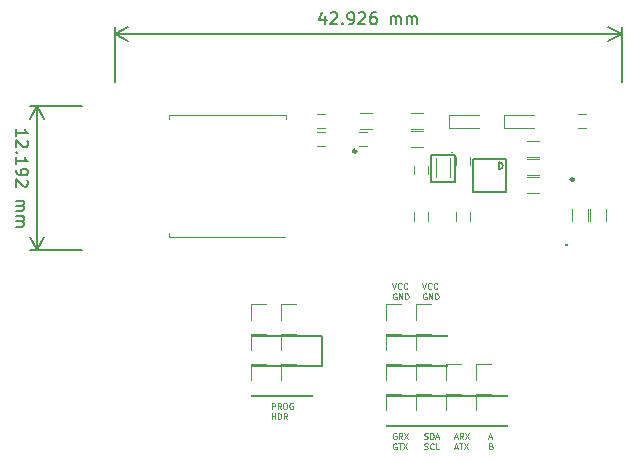
<source format=gbr>
G04 #@! TF.GenerationSoftware,KiCad,Pcbnew,(5.1.5)-3*
G04 #@! TF.CreationDate,2020-03-16T19:29:18-04:00*
G04 #@! TF.ProjectId,PicoTrackerWSPR2Rev1,5069636f-5472-4616-936b-657257535052,rev?*
G04 #@! TF.SameCoordinates,Original*
G04 #@! TF.FileFunction,Legend,Top*
G04 #@! TF.FilePolarity,Positive*
%FSLAX46Y46*%
G04 Gerber Fmt 4.6, Leading zero omitted, Abs format (unit mm)*
G04 Created by KiCad (PCBNEW (5.1.5)-3) date 2020-03-16 19:29:18*
%MOMM*%
%LPD*%
G04 APERTURE LIST*
%ADD10C,0.150000*%
%ADD11C,0.125000*%
%ADD12C,0.120000*%
%ADD13C,0.200000*%
%ADD14C,0.100000*%
%ADD15C,0.203200*%
%ADD16C,0.250000*%
G04 APERTURE END LIST*
D10*
X62255619Y-69072571D02*
X62255619Y-68501142D01*
X62255619Y-68786857D02*
X63255619Y-68786857D01*
X63112761Y-68691619D01*
X63017523Y-68596380D01*
X62969904Y-68501142D01*
X63160380Y-69453523D02*
X63208000Y-69501142D01*
X63255619Y-69596380D01*
X63255619Y-69834476D01*
X63208000Y-69929714D01*
X63160380Y-69977333D01*
X63065142Y-70024952D01*
X62969904Y-70024952D01*
X62827047Y-69977333D01*
X62255619Y-69405904D01*
X62255619Y-70024952D01*
X62350857Y-70453523D02*
X62303238Y-70501142D01*
X62255619Y-70453523D01*
X62303238Y-70405904D01*
X62350857Y-70453523D01*
X62255619Y-70453523D01*
X62255619Y-71453523D02*
X62255619Y-70882095D01*
X62255619Y-71167809D02*
X63255619Y-71167809D01*
X63112761Y-71072571D01*
X63017523Y-70977333D01*
X62969904Y-70882095D01*
X62255619Y-71929714D02*
X62255619Y-72120190D01*
X62303238Y-72215428D01*
X62350857Y-72263047D01*
X62493714Y-72358285D01*
X62684190Y-72405904D01*
X63065142Y-72405904D01*
X63160380Y-72358285D01*
X63208000Y-72310666D01*
X63255619Y-72215428D01*
X63255619Y-72024952D01*
X63208000Y-71929714D01*
X63160380Y-71882095D01*
X63065142Y-71834476D01*
X62827047Y-71834476D01*
X62731809Y-71882095D01*
X62684190Y-71929714D01*
X62636571Y-72024952D01*
X62636571Y-72215428D01*
X62684190Y-72310666D01*
X62731809Y-72358285D01*
X62827047Y-72405904D01*
X63160380Y-72786857D02*
X63208000Y-72834476D01*
X63255619Y-72929714D01*
X63255619Y-73167809D01*
X63208000Y-73263047D01*
X63160380Y-73310666D01*
X63065142Y-73358285D01*
X62969904Y-73358285D01*
X62827047Y-73310666D01*
X62255619Y-72739238D01*
X62255619Y-73358285D01*
X62255619Y-74548761D02*
X62922285Y-74548761D01*
X62827047Y-74548761D02*
X62874666Y-74596380D01*
X62922285Y-74691619D01*
X62922285Y-74834476D01*
X62874666Y-74929714D01*
X62779428Y-74977333D01*
X62255619Y-74977333D01*
X62779428Y-74977333D02*
X62874666Y-75024952D01*
X62922285Y-75120190D01*
X62922285Y-75263047D01*
X62874666Y-75358285D01*
X62779428Y-75405904D01*
X62255619Y-75405904D01*
X62255619Y-75882095D02*
X62922285Y-75882095D01*
X62827047Y-75882095D02*
X62874666Y-75929714D01*
X62922285Y-76024952D01*
X62922285Y-76167809D01*
X62874666Y-76263047D01*
X62779428Y-76310666D01*
X62255619Y-76310666D01*
X62779428Y-76310666D02*
X62874666Y-76358285D01*
X62922285Y-76453523D01*
X62922285Y-76596380D01*
X62874666Y-76691619D01*
X62779428Y-76739238D01*
X62255619Y-76739238D01*
X64008000Y-66548000D02*
X64008000Y-78740000D01*
X67818000Y-66548000D02*
X63421579Y-66548000D01*
X67818000Y-78740000D02*
X63421579Y-78740000D01*
X64008000Y-78740000D02*
X63421579Y-77613496D01*
X64008000Y-78740000D02*
X64594421Y-77613496D01*
X64008000Y-66548000D02*
X63421579Y-67674504D01*
X64008000Y-66548000D02*
X64594421Y-67674504D01*
X88408333Y-58937714D02*
X88408333Y-59604380D01*
X88170238Y-58556761D02*
X87932142Y-59271047D01*
X88551190Y-59271047D01*
X88884523Y-58699619D02*
X88932142Y-58652000D01*
X89027380Y-58604380D01*
X89265476Y-58604380D01*
X89360714Y-58652000D01*
X89408333Y-58699619D01*
X89455952Y-58794857D01*
X89455952Y-58890095D01*
X89408333Y-59032952D01*
X88836904Y-59604380D01*
X89455952Y-59604380D01*
X89884523Y-59509142D02*
X89932142Y-59556761D01*
X89884523Y-59604380D01*
X89836904Y-59556761D01*
X89884523Y-59509142D01*
X89884523Y-59604380D01*
X90408333Y-59604380D02*
X90598809Y-59604380D01*
X90694047Y-59556761D01*
X90741666Y-59509142D01*
X90836904Y-59366285D01*
X90884523Y-59175809D01*
X90884523Y-58794857D01*
X90836904Y-58699619D01*
X90789285Y-58652000D01*
X90694047Y-58604380D01*
X90503571Y-58604380D01*
X90408333Y-58652000D01*
X90360714Y-58699619D01*
X90313095Y-58794857D01*
X90313095Y-59032952D01*
X90360714Y-59128190D01*
X90408333Y-59175809D01*
X90503571Y-59223428D01*
X90694047Y-59223428D01*
X90789285Y-59175809D01*
X90836904Y-59128190D01*
X90884523Y-59032952D01*
X91265476Y-58699619D02*
X91313095Y-58652000D01*
X91408333Y-58604380D01*
X91646428Y-58604380D01*
X91741666Y-58652000D01*
X91789285Y-58699619D01*
X91836904Y-58794857D01*
X91836904Y-58890095D01*
X91789285Y-59032952D01*
X91217857Y-59604380D01*
X91836904Y-59604380D01*
X92694047Y-58604380D02*
X92503571Y-58604380D01*
X92408333Y-58652000D01*
X92360714Y-58699619D01*
X92265476Y-58842476D01*
X92217857Y-59032952D01*
X92217857Y-59413904D01*
X92265476Y-59509142D01*
X92313095Y-59556761D01*
X92408333Y-59604380D01*
X92598809Y-59604380D01*
X92694047Y-59556761D01*
X92741666Y-59509142D01*
X92789285Y-59413904D01*
X92789285Y-59175809D01*
X92741666Y-59080571D01*
X92694047Y-59032952D01*
X92598809Y-58985333D01*
X92408333Y-58985333D01*
X92313095Y-59032952D01*
X92265476Y-59080571D01*
X92217857Y-59175809D01*
X93979761Y-59604380D02*
X93979761Y-58937714D01*
X93979761Y-59032952D02*
X94027380Y-58985333D01*
X94122619Y-58937714D01*
X94265476Y-58937714D01*
X94360714Y-58985333D01*
X94408333Y-59080571D01*
X94408333Y-59604380D01*
X94408333Y-59080571D02*
X94455952Y-58985333D01*
X94551190Y-58937714D01*
X94694047Y-58937714D01*
X94789285Y-58985333D01*
X94836904Y-59080571D01*
X94836904Y-59604380D01*
X95313095Y-59604380D02*
X95313095Y-58937714D01*
X95313095Y-59032952D02*
X95360714Y-58985333D01*
X95455952Y-58937714D01*
X95598809Y-58937714D01*
X95694047Y-58985333D01*
X95741666Y-59080571D01*
X95741666Y-59604380D01*
X95741666Y-59080571D02*
X95789285Y-58985333D01*
X95884523Y-58937714D01*
X96027380Y-58937714D01*
X96122619Y-58985333D01*
X96170238Y-59080571D01*
X96170238Y-59604380D01*
X70612000Y-60452000D02*
X113538000Y-60452000D01*
X70612000Y-64516000D02*
X70612000Y-59865579D01*
X113538000Y-64516000D02*
X113538000Y-59865579D01*
X113538000Y-60452000D02*
X112411496Y-61038421D01*
X113538000Y-60452000D02*
X112411496Y-59865579D01*
X70612000Y-60452000D02*
X71738504Y-61038421D01*
X70612000Y-60452000D02*
X71738504Y-59865579D01*
D11*
X94108869Y-81521190D02*
X94275535Y-82021190D01*
X94442202Y-81521190D01*
X94894583Y-81973571D02*
X94870773Y-81997380D01*
X94799345Y-82021190D01*
X94751726Y-82021190D01*
X94680297Y-81997380D01*
X94632678Y-81949761D01*
X94608869Y-81902142D01*
X94585059Y-81806904D01*
X94585059Y-81735476D01*
X94608869Y-81640238D01*
X94632678Y-81592619D01*
X94680297Y-81545000D01*
X94751726Y-81521190D01*
X94799345Y-81521190D01*
X94870773Y-81545000D01*
X94894583Y-81568809D01*
X95394583Y-81973571D02*
X95370773Y-81997380D01*
X95299345Y-82021190D01*
X95251726Y-82021190D01*
X95180297Y-81997380D01*
X95132678Y-81949761D01*
X95108869Y-81902142D01*
X95085059Y-81806904D01*
X95085059Y-81735476D01*
X95108869Y-81640238D01*
X95132678Y-81592619D01*
X95180297Y-81545000D01*
X95251726Y-81521190D01*
X95299345Y-81521190D01*
X95370773Y-81545000D01*
X95394583Y-81568809D01*
X94442202Y-82420000D02*
X94394583Y-82396190D01*
X94323154Y-82396190D01*
X94251726Y-82420000D01*
X94204107Y-82467619D01*
X94180297Y-82515238D01*
X94156488Y-82610476D01*
X94156488Y-82681904D01*
X94180297Y-82777142D01*
X94204107Y-82824761D01*
X94251726Y-82872380D01*
X94323154Y-82896190D01*
X94370773Y-82896190D01*
X94442202Y-82872380D01*
X94466011Y-82848571D01*
X94466011Y-82681904D01*
X94370773Y-82681904D01*
X94680297Y-82896190D02*
X94680297Y-82396190D01*
X94966011Y-82896190D01*
X94966011Y-82396190D01*
X95204107Y-82896190D02*
X95204107Y-82396190D01*
X95323154Y-82396190D01*
X95394583Y-82420000D01*
X95442202Y-82467619D01*
X95466011Y-82515238D01*
X95489821Y-82610476D01*
X95489821Y-82681904D01*
X95466011Y-82777142D01*
X95442202Y-82824761D01*
X95394583Y-82872380D01*
X95323154Y-82896190D01*
X95204107Y-82896190D01*
X96648869Y-81521190D02*
X96815535Y-82021190D01*
X96982202Y-81521190D01*
X97434583Y-81973571D02*
X97410773Y-81997380D01*
X97339345Y-82021190D01*
X97291726Y-82021190D01*
X97220297Y-81997380D01*
X97172678Y-81949761D01*
X97148869Y-81902142D01*
X97125059Y-81806904D01*
X97125059Y-81735476D01*
X97148869Y-81640238D01*
X97172678Y-81592619D01*
X97220297Y-81545000D01*
X97291726Y-81521190D01*
X97339345Y-81521190D01*
X97410773Y-81545000D01*
X97434583Y-81568809D01*
X97934583Y-81973571D02*
X97910773Y-81997380D01*
X97839345Y-82021190D01*
X97791726Y-82021190D01*
X97720297Y-81997380D01*
X97672678Y-81949761D01*
X97648869Y-81902142D01*
X97625059Y-81806904D01*
X97625059Y-81735476D01*
X97648869Y-81640238D01*
X97672678Y-81592619D01*
X97720297Y-81545000D01*
X97791726Y-81521190D01*
X97839345Y-81521190D01*
X97910773Y-81545000D01*
X97934583Y-81568809D01*
X96982202Y-82420000D02*
X96934583Y-82396190D01*
X96863154Y-82396190D01*
X96791726Y-82420000D01*
X96744107Y-82467619D01*
X96720297Y-82515238D01*
X96696488Y-82610476D01*
X96696488Y-82681904D01*
X96720297Y-82777142D01*
X96744107Y-82824761D01*
X96791726Y-82872380D01*
X96863154Y-82896190D01*
X96910773Y-82896190D01*
X96982202Y-82872380D01*
X97006011Y-82848571D01*
X97006011Y-82681904D01*
X96910773Y-82681904D01*
X97220297Y-82896190D02*
X97220297Y-82396190D01*
X97506011Y-82896190D01*
X97506011Y-82396190D01*
X97744107Y-82896190D02*
X97744107Y-82396190D01*
X97863154Y-82396190D01*
X97934583Y-82420000D01*
X97982202Y-82467619D01*
X98006011Y-82515238D01*
X98029821Y-82610476D01*
X98029821Y-82681904D01*
X98006011Y-82777142D01*
X97982202Y-82824761D01*
X97934583Y-82872380D01*
X97863154Y-82896190D01*
X97744107Y-82896190D01*
X83893297Y-92181190D02*
X83893297Y-91681190D01*
X84083773Y-91681190D01*
X84131392Y-91705000D01*
X84155202Y-91728809D01*
X84179011Y-91776428D01*
X84179011Y-91847857D01*
X84155202Y-91895476D01*
X84131392Y-91919285D01*
X84083773Y-91943095D01*
X83893297Y-91943095D01*
X84679011Y-92181190D02*
X84512345Y-91943095D01*
X84393297Y-92181190D02*
X84393297Y-91681190D01*
X84583773Y-91681190D01*
X84631392Y-91705000D01*
X84655202Y-91728809D01*
X84679011Y-91776428D01*
X84679011Y-91847857D01*
X84655202Y-91895476D01*
X84631392Y-91919285D01*
X84583773Y-91943095D01*
X84393297Y-91943095D01*
X84988535Y-91681190D02*
X85083773Y-91681190D01*
X85131392Y-91705000D01*
X85179011Y-91752619D01*
X85202821Y-91847857D01*
X85202821Y-92014523D01*
X85179011Y-92109761D01*
X85131392Y-92157380D01*
X85083773Y-92181190D01*
X84988535Y-92181190D01*
X84940916Y-92157380D01*
X84893297Y-92109761D01*
X84869488Y-92014523D01*
X84869488Y-91847857D01*
X84893297Y-91752619D01*
X84940916Y-91705000D01*
X84988535Y-91681190D01*
X85679011Y-91705000D02*
X85631392Y-91681190D01*
X85559964Y-91681190D01*
X85488535Y-91705000D01*
X85440916Y-91752619D01*
X85417107Y-91800238D01*
X85393297Y-91895476D01*
X85393297Y-91966904D01*
X85417107Y-92062142D01*
X85440916Y-92109761D01*
X85488535Y-92157380D01*
X85559964Y-92181190D01*
X85607583Y-92181190D01*
X85679011Y-92157380D01*
X85702821Y-92133571D01*
X85702821Y-91966904D01*
X85607583Y-91966904D01*
X83893297Y-93056190D02*
X83893297Y-92556190D01*
X83893297Y-92794285D02*
X84179011Y-92794285D01*
X84179011Y-93056190D02*
X84179011Y-92556190D01*
X84417107Y-93056190D02*
X84417107Y-92556190D01*
X84536154Y-92556190D01*
X84607583Y-92580000D01*
X84655202Y-92627619D01*
X84679011Y-92675238D01*
X84702821Y-92770476D01*
X84702821Y-92841904D01*
X84679011Y-92937142D01*
X84655202Y-92984761D01*
X84607583Y-93032380D01*
X84536154Y-93056190D01*
X84417107Y-93056190D01*
X85202821Y-93056190D02*
X85036154Y-92818095D01*
X84917107Y-93056190D02*
X84917107Y-92556190D01*
X85107583Y-92556190D01*
X85155202Y-92580000D01*
X85179011Y-92603809D01*
X85202821Y-92651428D01*
X85202821Y-92722857D01*
X85179011Y-92770476D01*
X85155202Y-92794285D01*
X85107583Y-92818095D01*
X84917107Y-92818095D01*
D10*
X88138000Y-88582500D02*
X86233000Y-88582500D01*
X88138000Y-86042500D02*
X88138000Y-88582500D01*
X86868000Y-86042500D02*
X88138000Y-86042500D01*
D11*
X102284488Y-94578333D02*
X102522583Y-94578333D01*
X102236869Y-94721190D02*
X102403535Y-94221190D01*
X102570202Y-94721190D01*
X102474964Y-95334285D02*
X102546392Y-95358095D01*
X102570202Y-95381904D01*
X102594011Y-95429523D01*
X102594011Y-95500952D01*
X102570202Y-95548571D01*
X102546392Y-95572380D01*
X102498773Y-95596190D01*
X102308297Y-95596190D01*
X102308297Y-95096190D01*
X102474964Y-95096190D01*
X102522583Y-95120000D01*
X102546392Y-95143809D01*
X102570202Y-95191428D01*
X102570202Y-95239047D01*
X102546392Y-95286666D01*
X102522583Y-95310476D01*
X102474964Y-95334285D01*
X102308297Y-95334285D01*
X99363488Y-94578333D02*
X99601583Y-94578333D01*
X99315869Y-94721190D02*
X99482535Y-94221190D01*
X99649202Y-94721190D01*
X100101583Y-94721190D02*
X99934916Y-94483095D01*
X99815869Y-94721190D02*
X99815869Y-94221190D01*
X100006345Y-94221190D01*
X100053964Y-94245000D01*
X100077773Y-94268809D01*
X100101583Y-94316428D01*
X100101583Y-94387857D01*
X100077773Y-94435476D01*
X100053964Y-94459285D01*
X100006345Y-94483095D01*
X99815869Y-94483095D01*
X100268250Y-94221190D02*
X100601583Y-94721190D01*
X100601583Y-94221190D02*
X100268250Y-94721190D01*
X99363488Y-95453333D02*
X99601583Y-95453333D01*
X99315869Y-95596190D02*
X99482535Y-95096190D01*
X99649202Y-95596190D01*
X99744440Y-95096190D02*
X100030154Y-95096190D01*
X99887297Y-95596190D02*
X99887297Y-95096190D01*
X100149202Y-95096190D02*
X100482535Y-95596190D01*
X100482535Y-95096190D02*
X100149202Y-95596190D01*
X96823488Y-94697380D02*
X96894916Y-94721190D01*
X97013964Y-94721190D01*
X97061583Y-94697380D01*
X97085392Y-94673571D01*
X97109202Y-94625952D01*
X97109202Y-94578333D01*
X97085392Y-94530714D01*
X97061583Y-94506904D01*
X97013964Y-94483095D01*
X96918726Y-94459285D01*
X96871107Y-94435476D01*
X96847297Y-94411666D01*
X96823488Y-94364047D01*
X96823488Y-94316428D01*
X96847297Y-94268809D01*
X96871107Y-94245000D01*
X96918726Y-94221190D01*
X97037773Y-94221190D01*
X97109202Y-94245000D01*
X97323488Y-94721190D02*
X97323488Y-94221190D01*
X97442535Y-94221190D01*
X97513964Y-94245000D01*
X97561583Y-94292619D01*
X97585392Y-94340238D01*
X97609202Y-94435476D01*
X97609202Y-94506904D01*
X97585392Y-94602142D01*
X97561583Y-94649761D01*
X97513964Y-94697380D01*
X97442535Y-94721190D01*
X97323488Y-94721190D01*
X97799678Y-94578333D02*
X98037773Y-94578333D01*
X97752059Y-94721190D02*
X97918726Y-94221190D01*
X98085392Y-94721190D01*
X96823488Y-95572380D02*
X96894916Y-95596190D01*
X97013964Y-95596190D01*
X97061583Y-95572380D01*
X97085392Y-95548571D01*
X97109202Y-95500952D01*
X97109202Y-95453333D01*
X97085392Y-95405714D01*
X97061583Y-95381904D01*
X97013964Y-95358095D01*
X96918726Y-95334285D01*
X96871107Y-95310476D01*
X96847297Y-95286666D01*
X96823488Y-95239047D01*
X96823488Y-95191428D01*
X96847297Y-95143809D01*
X96871107Y-95120000D01*
X96918726Y-95096190D01*
X97037773Y-95096190D01*
X97109202Y-95120000D01*
X97609202Y-95548571D02*
X97585392Y-95572380D01*
X97513964Y-95596190D01*
X97466345Y-95596190D01*
X97394916Y-95572380D01*
X97347297Y-95524761D01*
X97323488Y-95477142D01*
X97299678Y-95381904D01*
X97299678Y-95310476D01*
X97323488Y-95215238D01*
X97347297Y-95167619D01*
X97394916Y-95120000D01*
X97466345Y-95096190D01*
X97513964Y-95096190D01*
X97585392Y-95120000D01*
X97609202Y-95143809D01*
X98061583Y-95596190D02*
X97823488Y-95596190D01*
X97823488Y-95096190D01*
X94442202Y-94245000D02*
X94394583Y-94221190D01*
X94323154Y-94221190D01*
X94251726Y-94245000D01*
X94204107Y-94292619D01*
X94180297Y-94340238D01*
X94156488Y-94435476D01*
X94156488Y-94506904D01*
X94180297Y-94602142D01*
X94204107Y-94649761D01*
X94251726Y-94697380D01*
X94323154Y-94721190D01*
X94370773Y-94721190D01*
X94442202Y-94697380D01*
X94466011Y-94673571D01*
X94466011Y-94506904D01*
X94370773Y-94506904D01*
X94966011Y-94721190D02*
X94799345Y-94483095D01*
X94680297Y-94721190D02*
X94680297Y-94221190D01*
X94870773Y-94221190D01*
X94918392Y-94245000D01*
X94942202Y-94268809D01*
X94966011Y-94316428D01*
X94966011Y-94387857D01*
X94942202Y-94435476D01*
X94918392Y-94459285D01*
X94870773Y-94483095D01*
X94680297Y-94483095D01*
X95132678Y-94221190D02*
X95466011Y-94721190D01*
X95466011Y-94221190D02*
X95132678Y-94721190D01*
X94442202Y-95120000D02*
X94394583Y-95096190D01*
X94323154Y-95096190D01*
X94251726Y-95120000D01*
X94204107Y-95167619D01*
X94180297Y-95215238D01*
X94156488Y-95310476D01*
X94156488Y-95381904D01*
X94180297Y-95477142D01*
X94204107Y-95524761D01*
X94251726Y-95572380D01*
X94323154Y-95596190D01*
X94370773Y-95596190D01*
X94442202Y-95572380D01*
X94466011Y-95548571D01*
X94466011Y-95381904D01*
X94370773Y-95381904D01*
X94608869Y-95096190D02*
X94894583Y-95096190D01*
X94751726Y-95596190D02*
X94751726Y-95096190D01*
X95013630Y-95096190D02*
X95346964Y-95596190D01*
X95346964Y-95096190D02*
X95013630Y-95596190D01*
D12*
X95920000Y-72298000D02*
X95920000Y-71598000D01*
X97120000Y-71598000D02*
X97120000Y-72298000D01*
X100676000Y-70836000D02*
X100676000Y-71536000D01*
X99476000Y-71536000D02*
X99476000Y-70836000D01*
X99476000Y-76230000D02*
X99476000Y-75530000D01*
X100676000Y-75530000D02*
X100676000Y-76230000D01*
X106502000Y-73895500D02*
X105502000Y-73895500D01*
X105502000Y-72535500D02*
X106502000Y-72535500D01*
D13*
X99187000Y-70389000D02*
X99187000Y-70389000D01*
D14*
X97825000Y-70955000D02*
X97825000Y-72555000D01*
X99025000Y-70955000D02*
X99025000Y-72555000D01*
D10*
X98425000Y-72929000D02*
X97409000Y-72929000D01*
X97409000Y-72929000D02*
X97409000Y-70643000D01*
X97409000Y-70643000D02*
X99441000Y-70643000D01*
X99441000Y-70643000D02*
X99441000Y-72929000D01*
X99441000Y-72929000D02*
X98425000Y-72929000D01*
D12*
X106502000Y-72371500D02*
X105502000Y-72371500D01*
X105502000Y-71011500D02*
X106502000Y-71011500D01*
X106502000Y-70847500D02*
X105502000Y-70847500D01*
X105502000Y-69487500D02*
X106502000Y-69487500D01*
D15*
X103159560Y-71894700D02*
G75*
G03X103159560Y-71290180I0J302260D01*
G01*
X103159560Y-71892160D02*
X103159560Y-71290180D01*
X103761540Y-70990460D02*
X103761540Y-73789540D01*
X100962460Y-70990460D02*
X103761540Y-70990460D01*
X100962460Y-73789540D02*
X100962460Y-70990460D01*
X103761540Y-73789540D02*
X100962460Y-73789540D01*
D12*
X75227800Y-77626200D02*
X75227800Y-77286200D01*
X85147800Y-67646200D02*
X85147800Y-67306200D01*
X75227800Y-67646200D02*
X75227800Y-67306200D01*
X85147800Y-67306200D02*
X75227800Y-67306200D01*
X85037800Y-77626200D02*
X75227800Y-77626200D01*
X88422000Y-68418000D02*
X87722000Y-68418000D01*
X87722000Y-67218000D02*
X88422000Y-67218000D01*
X84649000Y-83315500D02*
X85979000Y-83315500D01*
X84649000Y-84645500D02*
X84649000Y-83315500D01*
X84649000Y-85915500D02*
X87309000Y-85915500D01*
X87309000Y-85915500D02*
X87309000Y-85975500D01*
X84649000Y-85915500D02*
X84649000Y-85975500D01*
X84649000Y-85975500D02*
X87309000Y-85975500D01*
X82109000Y-85975500D02*
X84769000Y-85975500D01*
X82109000Y-85915500D02*
X82109000Y-85975500D01*
X84769000Y-85915500D02*
X84769000Y-85975500D01*
X82109000Y-85915500D02*
X84769000Y-85915500D01*
X82109000Y-84645500D02*
X82109000Y-83315500D01*
X82109000Y-83315500D02*
X83439000Y-83315500D01*
X96079000Y-85915500D02*
X96079000Y-85975500D01*
X96079000Y-85975500D02*
X98739000Y-85975500D01*
X98739000Y-85975500D02*
X98739000Y-85915500D01*
X98739000Y-85915500D02*
X96079000Y-85915500D01*
X96079000Y-84645500D02*
X96079000Y-83315500D01*
X96079000Y-83315500D02*
X97409000Y-83315500D01*
X93539000Y-85915500D02*
X93539000Y-85975500D01*
X93539000Y-85975500D02*
X96199000Y-85975500D01*
X96199000Y-85975500D02*
X96199000Y-85915500D01*
X96199000Y-85915500D02*
X93539000Y-85915500D01*
X93539000Y-84645500D02*
X93539000Y-83315500D01*
X93539000Y-83315500D02*
X94869000Y-83315500D01*
X88422000Y-69942000D02*
X87722000Y-69942000D01*
X87722000Y-68742000D02*
X88422000Y-68742000D01*
X91978000Y-69942000D02*
X91278000Y-69942000D01*
X91278000Y-68742000D02*
X91978000Y-68742000D01*
X97120000Y-75530000D02*
X97120000Y-76230000D01*
X95920000Y-76230000D02*
X95920000Y-75530000D01*
X110520000Y-68418000D02*
X109820000Y-68418000D01*
X109820000Y-67218000D02*
X110520000Y-67218000D01*
X93539000Y-85855500D02*
X94869000Y-85855500D01*
X93539000Y-87185500D02*
X93539000Y-85855500D01*
X96199000Y-88455500D02*
X93539000Y-88455500D01*
X96199000Y-88515500D02*
X96199000Y-88455500D01*
X93539000Y-88515500D02*
X96199000Y-88515500D01*
X93539000Y-88455500D02*
X93539000Y-88515500D01*
X98619000Y-88395500D02*
X99949000Y-88395500D01*
X98619000Y-89725500D02*
X98619000Y-88395500D01*
X101279000Y-90995500D02*
X98619000Y-90995500D01*
X101279000Y-91055500D02*
X101279000Y-90995500D01*
X98619000Y-91055500D02*
X101279000Y-91055500D01*
X98619000Y-90995500D02*
X98619000Y-91055500D01*
X98619000Y-93535500D02*
X98619000Y-93595500D01*
X98619000Y-93595500D02*
X101279000Y-93595500D01*
X101279000Y-93595500D02*
X101279000Y-93535500D01*
X101279000Y-93535500D02*
X98619000Y-93535500D01*
X98619000Y-92265500D02*
X98619000Y-90935500D01*
X98619000Y-90935500D02*
X99949000Y-90935500D01*
X96079000Y-88395500D02*
X97409000Y-88395500D01*
X96079000Y-89725500D02*
X96079000Y-88395500D01*
X98739000Y-90995500D02*
X96079000Y-90995500D01*
X98739000Y-91055500D02*
X98739000Y-90995500D01*
X96079000Y-91055500D02*
X98739000Y-91055500D01*
X96079000Y-90995500D02*
X96079000Y-91055500D01*
X96079000Y-93535500D02*
X96079000Y-93595500D01*
X96079000Y-93595500D02*
X98739000Y-93595500D01*
X98739000Y-93595500D02*
X98739000Y-93535500D01*
X98739000Y-93535500D02*
X96079000Y-93535500D01*
X96079000Y-92265500D02*
X96079000Y-90935500D01*
X96079000Y-90935500D02*
X97409000Y-90935500D01*
X84649000Y-91055500D02*
X87309000Y-91055500D01*
X84649000Y-90995500D02*
X84649000Y-91055500D01*
X87309000Y-90995500D02*
X87309000Y-91055500D01*
X84649000Y-90995500D02*
X87309000Y-90995500D01*
X84649000Y-89725500D02*
X84649000Y-88395500D01*
X84649000Y-88395500D02*
X85979000Y-88395500D01*
X84649000Y-85855500D02*
X85979000Y-85855500D01*
X84649000Y-87185500D02*
X84649000Y-85855500D01*
X84649000Y-88455500D02*
X87309000Y-88455500D01*
X87309000Y-88455500D02*
X87309000Y-88515500D01*
X84649000Y-88455500D02*
X84649000Y-88515500D01*
X84649000Y-88515500D02*
X87309000Y-88515500D01*
X82109000Y-91055500D02*
X84769000Y-91055500D01*
X82109000Y-90995500D02*
X82109000Y-91055500D01*
X84769000Y-90995500D02*
X84769000Y-91055500D01*
X82109000Y-90995500D02*
X84769000Y-90995500D01*
X82109000Y-89725500D02*
X82109000Y-88395500D01*
X82109000Y-88395500D02*
X83439000Y-88395500D01*
X82109000Y-85855500D02*
X83439000Y-85855500D01*
X82109000Y-87185500D02*
X82109000Y-85855500D01*
X82109000Y-88455500D02*
X84769000Y-88455500D01*
X84769000Y-88455500D02*
X84769000Y-88515500D01*
X82109000Y-88455500D02*
X82109000Y-88515500D01*
X82109000Y-88515500D02*
X84769000Y-88515500D01*
X93539000Y-90935500D02*
X94869000Y-90935500D01*
X93539000Y-92265500D02*
X93539000Y-90935500D01*
X96199000Y-93535500D02*
X93539000Y-93535500D01*
X96199000Y-93595500D02*
X96199000Y-93535500D01*
X93539000Y-93595500D02*
X96199000Y-93595500D01*
X93539000Y-93535500D02*
X93539000Y-93595500D01*
X93539000Y-90995500D02*
X93539000Y-91055500D01*
X93539000Y-91055500D02*
X96199000Y-91055500D01*
X96199000Y-91055500D02*
X96199000Y-90995500D01*
X96199000Y-90995500D02*
X93539000Y-90995500D01*
X93539000Y-89725500D02*
X93539000Y-88395500D01*
X93539000Y-88395500D02*
X94869000Y-88395500D01*
X101159000Y-90995500D02*
X101159000Y-91055500D01*
X101159000Y-91055500D02*
X103819000Y-91055500D01*
X103819000Y-91055500D02*
X103819000Y-90995500D01*
X103819000Y-90995500D02*
X101159000Y-90995500D01*
X101159000Y-89725500D02*
X101159000Y-88395500D01*
X101159000Y-88395500D02*
X102489000Y-88395500D01*
X101159000Y-90935500D02*
X102489000Y-90935500D01*
X101159000Y-92265500D02*
X101159000Y-90935500D01*
X103819000Y-93535500D02*
X101159000Y-93535500D01*
X103819000Y-93595500D02*
X103819000Y-93535500D01*
X101159000Y-93595500D02*
X103819000Y-93595500D01*
X101159000Y-93535500D02*
X101159000Y-93595500D01*
X96079000Y-85855500D02*
X97409000Y-85855500D01*
X96079000Y-87185500D02*
X96079000Y-85855500D01*
X98739000Y-88455500D02*
X96079000Y-88455500D01*
X98739000Y-88515500D02*
X98739000Y-88455500D01*
X96079000Y-88515500D02*
X98739000Y-88515500D01*
X96079000Y-88455500D02*
X96079000Y-88515500D01*
X98890500Y-67268000D02*
X98890500Y-68368000D01*
X98890500Y-68368000D02*
X101490500Y-68368000D01*
X98890500Y-67268000D02*
X101490500Y-67268000D01*
X103526000Y-67268000D02*
X106126000Y-67268000D01*
X103526000Y-68368000D02*
X106126000Y-68368000D01*
X103526000Y-67268000D02*
X103526000Y-68368000D01*
D16*
X109469000Y-72766000D02*
G75*
G03X109469000Y-72766000I-125000J0D01*
G01*
D12*
X109302000Y-76276000D02*
X109302000Y-75276000D01*
X110662000Y-75276000D02*
X110662000Y-76276000D01*
X112186000Y-75276000D02*
X112186000Y-76276000D01*
X110826000Y-76276000D02*
X110826000Y-75276000D01*
X91364000Y-67138000D02*
X92364000Y-67138000D01*
X92364000Y-68498000D02*
X91364000Y-68498000D01*
X95682000Y-68662000D02*
X96682000Y-68662000D01*
X96682000Y-70022000D02*
X95682000Y-70022000D01*
X96682000Y-68498000D02*
X95682000Y-68498000D01*
X95682000Y-67138000D02*
X96682000Y-67138000D01*
D16*
X91045835Y-70367301D02*
G75*
G03X91045835Y-70367301I-125000J0D01*
G01*
D10*
X108877100Y-78246242D02*
X108924719Y-78293861D01*
X108877100Y-78341480D01*
X108829480Y-78293861D01*
X108877100Y-78246242D01*
X108877100Y-78341480D01*
M02*

</source>
